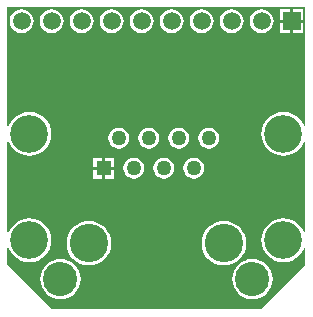
<source format=gbl>
G04*
G04 #@! TF.GenerationSoftware,Altium Limited,Altium Designer,18.0.7 (293)*
G04*
G04 Layer_Physical_Order=2*
G04 Layer_Color=16711680*
%FSLAX25Y25*%
%MOIN*%
G70*
G01*
G75*
%ADD21R,0.05906X0.05906*%
%ADD22C,0.05906*%
%ADD23R,0.04992X0.04992*%
%ADD24C,0.04992*%
%ADD25C,0.11398*%
%ADD26C,0.12795*%
%ADD27C,0.12598*%
G36*
X100833Y62747D02*
X100333Y62673D01*
X100280Y62846D01*
X99602Y64114D01*
X98690Y65226D01*
X97579Y66138D01*
X96311Y66816D01*
X94935Y67233D01*
X93504Y67374D01*
X92073Y67233D01*
X90697Y66816D01*
X89429Y66138D01*
X88318Y65226D01*
X87406Y64114D01*
X86728Y62846D01*
X86310Y61470D01*
X86169Y60039D01*
X86310Y58609D01*
X86728Y57233D01*
X87406Y55964D01*
X88318Y54853D01*
X89429Y53941D01*
X90697Y53263D01*
X92073Y52846D01*
X93504Y52705D01*
X94935Y52846D01*
X96311Y53263D01*
X97579Y53941D01*
X98690Y54853D01*
X99602Y55964D01*
X100280Y57233D01*
X100333Y57406D01*
X100833Y57332D01*
Y27314D01*
X100333Y27240D01*
X100280Y27413D01*
X99602Y28681D01*
X98690Y29793D01*
X97579Y30705D01*
X96311Y31383D01*
X94935Y31800D01*
X93504Y31941D01*
X92073Y31800D01*
X90697Y31383D01*
X89429Y30705D01*
X88318Y29793D01*
X87406Y28681D01*
X86728Y27413D01*
X86310Y26037D01*
X86169Y24606D01*
X86310Y23175D01*
X86728Y21800D01*
X87406Y20531D01*
X88318Y19420D01*
X89429Y18508D01*
X90697Y17830D01*
X92073Y17413D01*
X93504Y17272D01*
X94935Y17413D01*
X96311Y17830D01*
X97579Y18508D01*
X98690Y19420D01*
X99602Y20531D01*
X100280Y21800D01*
X100333Y21973D01*
X100833Y21899D01*
Y16382D01*
X85981Y1529D01*
X16382D01*
X1529Y16382D01*
Y21899D01*
X2029Y21973D01*
X2082Y21800D01*
X2760Y20531D01*
X3672Y19420D01*
X4783Y18508D01*
X6052Y17830D01*
X7427Y17413D01*
X8858Y17272D01*
X10289Y17413D01*
X11665Y17830D01*
X12933Y18508D01*
X14045Y19420D01*
X14957Y20531D01*
X15634Y21800D01*
X16052Y23175D01*
X16193Y24606D01*
X16052Y26037D01*
X15634Y27413D01*
X14957Y28681D01*
X14045Y29793D01*
X12933Y30705D01*
X11665Y31383D01*
X10289Y31800D01*
X8858Y31941D01*
X7427Y31800D01*
X6052Y31383D01*
X4783Y30705D01*
X3672Y29793D01*
X2760Y28681D01*
X2082Y27413D01*
X2029Y27240D01*
X1529Y27314D01*
Y57332D01*
X2029Y57406D01*
X2082Y57233D01*
X2760Y55964D01*
X3672Y54853D01*
X4783Y53941D01*
X6052Y53263D01*
X7427Y52846D01*
X8858Y52705D01*
X10289Y52846D01*
X11665Y53263D01*
X12933Y53941D01*
X14045Y54853D01*
X14957Y55964D01*
X15634Y57233D01*
X16052Y58609D01*
X16193Y60039D01*
X16052Y61470D01*
X15634Y62846D01*
X14957Y64114D01*
X14045Y65226D01*
X12933Y66138D01*
X11665Y66816D01*
X10289Y67233D01*
X8858Y67374D01*
X7427Y67233D01*
X6052Y66816D01*
X4783Y66138D01*
X3672Y65226D01*
X2760Y64114D01*
X2082Y62846D01*
X2029Y62673D01*
X1529Y62747D01*
Y102309D01*
X100833D01*
Y62747D01*
D02*
G37*
%LPC*%
G36*
X100193Y101591D02*
X96740D01*
Y98138D01*
X100193D01*
Y101591D01*
D02*
G37*
G36*
X95740D02*
X92287D01*
Y98138D01*
X95740D01*
Y101591D01*
D02*
G37*
G36*
X100193Y97138D02*
X96740D01*
Y93685D01*
X100193D01*
Y97138D01*
D02*
G37*
G36*
X95740D02*
X92287D01*
Y93685D01*
X95740D01*
Y97138D01*
D02*
G37*
G36*
X86240Y101625D02*
X85208Y101489D01*
X84247Y101091D01*
X83421Y100457D01*
X82787Y99631D01*
X82389Y98670D01*
X82253Y97638D01*
X82389Y96606D01*
X82787Y95644D01*
X83421Y94819D01*
X84247Y94185D01*
X85208Y93787D01*
X86240Y93651D01*
X87272Y93787D01*
X88234Y94185D01*
X89059Y94819D01*
X89693Y95644D01*
X90091Y96606D01*
X90227Y97638D01*
X90091Y98670D01*
X89693Y99631D01*
X89059Y100457D01*
X88234Y101091D01*
X87272Y101489D01*
X86240Y101625D01*
D02*
G37*
G36*
X76240D02*
X75208Y101489D01*
X74247Y101091D01*
X73421Y100457D01*
X72787Y99631D01*
X72389Y98670D01*
X72253Y97638D01*
X72389Y96606D01*
X72787Y95644D01*
X73421Y94819D01*
X74247Y94185D01*
X75208Y93787D01*
X76240Y93651D01*
X77272Y93787D01*
X78234Y94185D01*
X79059Y94819D01*
X79693Y95644D01*
X80091Y96606D01*
X80227Y97638D01*
X80091Y98670D01*
X79693Y99631D01*
X79059Y100457D01*
X78234Y101091D01*
X77272Y101489D01*
X76240Y101625D01*
D02*
G37*
G36*
X66240D02*
X65208Y101489D01*
X64247Y101091D01*
X63421Y100457D01*
X62787Y99631D01*
X62389Y98670D01*
X62253Y97638D01*
X62389Y96606D01*
X62787Y95644D01*
X63421Y94819D01*
X64247Y94185D01*
X65208Y93787D01*
X66240Y93651D01*
X67272Y93787D01*
X68234Y94185D01*
X69059Y94819D01*
X69693Y95644D01*
X70091Y96606D01*
X70227Y97638D01*
X70091Y98670D01*
X69693Y99631D01*
X69059Y100457D01*
X68234Y101091D01*
X67272Y101489D01*
X66240Y101625D01*
D02*
G37*
G36*
X56240D02*
X55208Y101489D01*
X54247Y101091D01*
X53421Y100457D01*
X52787Y99631D01*
X52389Y98670D01*
X52253Y97638D01*
X52389Y96606D01*
X52787Y95644D01*
X53421Y94819D01*
X54247Y94185D01*
X55208Y93787D01*
X56240Y93651D01*
X57272Y93787D01*
X58234Y94185D01*
X59059Y94819D01*
X59693Y95644D01*
X60091Y96606D01*
X60227Y97638D01*
X60091Y98670D01*
X59693Y99631D01*
X59059Y100457D01*
X58234Y101091D01*
X57272Y101489D01*
X56240Y101625D01*
D02*
G37*
G36*
X46240D02*
X45208Y101489D01*
X44247Y101091D01*
X43421Y100457D01*
X42787Y99631D01*
X42389Y98670D01*
X42253Y97638D01*
X42389Y96606D01*
X42787Y95644D01*
X43421Y94819D01*
X44247Y94185D01*
X45208Y93787D01*
X46240Y93651D01*
X47272Y93787D01*
X48234Y94185D01*
X49059Y94819D01*
X49693Y95644D01*
X50091Y96606D01*
X50227Y97638D01*
X50091Y98670D01*
X49693Y99631D01*
X49059Y100457D01*
X48234Y101091D01*
X47272Y101489D01*
X46240Y101625D01*
D02*
G37*
G36*
X36240D02*
X35208Y101489D01*
X34247Y101091D01*
X33421Y100457D01*
X32787Y99631D01*
X32389Y98670D01*
X32253Y97638D01*
X32389Y96606D01*
X32787Y95644D01*
X33421Y94819D01*
X34247Y94185D01*
X35208Y93787D01*
X36240Y93651D01*
X37272Y93787D01*
X38234Y94185D01*
X39059Y94819D01*
X39693Y95644D01*
X40091Y96606D01*
X40227Y97638D01*
X40091Y98670D01*
X39693Y99631D01*
X39059Y100457D01*
X38234Y101091D01*
X37272Y101489D01*
X36240Y101625D01*
D02*
G37*
G36*
X26240D02*
X25208Y101489D01*
X24247Y101091D01*
X23421Y100457D01*
X22787Y99631D01*
X22389Y98670D01*
X22253Y97638D01*
X22389Y96606D01*
X22787Y95644D01*
X23421Y94819D01*
X24247Y94185D01*
X25208Y93787D01*
X26240Y93651D01*
X27272Y93787D01*
X28234Y94185D01*
X29059Y94819D01*
X29693Y95644D01*
X30091Y96606D01*
X30227Y97638D01*
X30091Y98670D01*
X29693Y99631D01*
X29059Y100457D01*
X28234Y101091D01*
X27272Y101489D01*
X26240Y101625D01*
D02*
G37*
G36*
X16240D02*
X15208Y101489D01*
X14247Y101091D01*
X13421Y100457D01*
X12787Y99631D01*
X12389Y98670D01*
X12253Y97638D01*
X12389Y96606D01*
X12787Y95644D01*
X13421Y94819D01*
X14247Y94185D01*
X15208Y93787D01*
X16240Y93651D01*
X17272Y93787D01*
X18234Y94185D01*
X19059Y94819D01*
X19693Y95644D01*
X20091Y96606D01*
X20227Y97638D01*
X20091Y98670D01*
X19693Y99631D01*
X19059Y100457D01*
X18234Y101091D01*
X17272Y101489D01*
X16240Y101625D01*
D02*
G37*
G36*
X6240D02*
X5208Y101489D01*
X4247Y101091D01*
X3421Y100457D01*
X2787Y99631D01*
X2389Y98670D01*
X2253Y97638D01*
X2389Y96606D01*
X2787Y95644D01*
X3421Y94819D01*
X4247Y94185D01*
X5208Y93787D01*
X6240Y93651D01*
X7272Y93787D01*
X8234Y94185D01*
X9059Y94819D01*
X9693Y95644D01*
X10091Y96606D01*
X10227Y97638D01*
X10091Y98670D01*
X9693Y99631D01*
X9059Y100457D01*
X8234Y101091D01*
X7272Y101489D01*
X6240Y101625D01*
D02*
G37*
G36*
X68681Y62148D02*
X67768Y62028D01*
X66918Y61676D01*
X66188Y61115D01*
X65627Y60385D01*
X65275Y59535D01*
X65155Y58622D01*
X65275Y57709D01*
X65627Y56859D01*
X66188Y56129D01*
X66918Y55568D01*
X67768Y55216D01*
X68681Y55096D01*
X69594Y55216D01*
X70444Y55568D01*
X71175Y56129D01*
X71735Y56859D01*
X72087Y57709D01*
X72207Y58622D01*
X72087Y59535D01*
X71735Y60385D01*
X71175Y61115D01*
X70444Y61676D01*
X69594Y62028D01*
X68681Y62148D01*
D02*
G37*
G36*
X58681D02*
X57768Y62028D01*
X56918Y61676D01*
X56188Y61115D01*
X55627Y60385D01*
X55275Y59535D01*
X55155Y58622D01*
X55275Y57709D01*
X55627Y56859D01*
X56188Y56129D01*
X56918Y55568D01*
X57768Y55216D01*
X58681Y55096D01*
X59594Y55216D01*
X60444Y55568D01*
X61174Y56129D01*
X61735Y56859D01*
X62087Y57709D01*
X62207Y58622D01*
X62087Y59535D01*
X61735Y60385D01*
X61174Y61115D01*
X60444Y61676D01*
X59594Y62028D01*
X58681Y62148D01*
D02*
G37*
G36*
X48681D02*
X47768Y62028D01*
X46918Y61676D01*
X46188Y61115D01*
X45627Y60385D01*
X45275Y59535D01*
X45155Y58622D01*
X45275Y57709D01*
X45627Y56859D01*
X46188Y56129D01*
X46918Y55568D01*
X47768Y55216D01*
X48681Y55096D01*
X49594Y55216D01*
X50444Y55568D01*
X51174Y56129D01*
X51735Y56859D01*
X52087Y57709D01*
X52207Y58622D01*
X52087Y59535D01*
X51735Y60385D01*
X51174Y61115D01*
X50444Y61676D01*
X49594Y62028D01*
X48681Y62148D01*
D02*
G37*
G36*
X38681D02*
X37768Y62028D01*
X36918Y61676D01*
X36188Y61115D01*
X35627Y60385D01*
X35275Y59535D01*
X35155Y58622D01*
X35275Y57709D01*
X35627Y56859D01*
X36188Y56129D01*
X36918Y55568D01*
X37768Y55216D01*
X38681Y55096D01*
X39594Y55216D01*
X40444Y55568D01*
X41175Y56129D01*
X41735Y56859D01*
X42087Y57709D01*
X42207Y58622D01*
X42087Y59535D01*
X41735Y60385D01*
X41175Y61115D01*
X40444Y61676D01*
X39594Y62028D01*
X38681Y62148D01*
D02*
G37*
G36*
X37177Y52118D02*
X34181D01*
Y49122D01*
X37177D01*
Y52118D01*
D02*
G37*
G36*
X33181D02*
X30185D01*
Y49122D01*
X33181D01*
Y52118D01*
D02*
G37*
G36*
X37177Y48122D02*
X34181D01*
Y45126D01*
X37177D01*
Y48122D01*
D02*
G37*
G36*
X33181D02*
X30185D01*
Y45126D01*
X33181D01*
Y48122D01*
D02*
G37*
G36*
X63681Y52148D02*
X62768Y52028D01*
X61918Y51676D01*
X61188Y51116D01*
X60627Y50385D01*
X60275Y49535D01*
X60155Y48622D01*
X60275Y47709D01*
X60627Y46859D01*
X61188Y46129D01*
X61918Y45568D01*
X62768Y45216D01*
X63681Y45096D01*
X64594Y45216D01*
X65444Y45568D01*
X66175Y46129D01*
X66735Y46859D01*
X67087Y47709D01*
X67207Y48622D01*
X67087Y49535D01*
X66735Y50385D01*
X66175Y51116D01*
X65444Y51676D01*
X64594Y52028D01*
X63681Y52148D01*
D02*
G37*
G36*
X53681D02*
X52768Y52028D01*
X51918Y51676D01*
X51188Y51116D01*
X50627Y50385D01*
X50275Y49535D01*
X50155Y48622D01*
X50275Y47709D01*
X50627Y46859D01*
X51188Y46129D01*
X51918Y45568D01*
X52768Y45216D01*
X53681Y45096D01*
X54594Y45216D01*
X55444Y45568D01*
X56174Y46129D01*
X56735Y46859D01*
X57087Y47709D01*
X57207Y48622D01*
X57087Y49535D01*
X56735Y50385D01*
X56174Y51116D01*
X55444Y51676D01*
X54594Y52028D01*
X53681Y52148D01*
D02*
G37*
G36*
X43681D02*
X42768Y52028D01*
X41918Y51676D01*
X41188Y51116D01*
X40627Y50385D01*
X40275Y49535D01*
X40155Y48622D01*
X40275Y47709D01*
X40627Y46859D01*
X41188Y46129D01*
X41918Y45568D01*
X42768Y45216D01*
X43681Y45096D01*
X44594Y45216D01*
X45444Y45568D01*
X46174Y46129D01*
X46735Y46859D01*
X47087Y47709D01*
X47207Y48622D01*
X47087Y49535D01*
X46735Y50385D01*
X46174Y51116D01*
X45444Y51676D01*
X44594Y52028D01*
X43681Y52148D01*
D02*
G37*
G36*
X73681Y31056D02*
X72231Y30913D01*
X70837Y30490D01*
X69551Y29803D01*
X68425Y28878D01*
X67500Y27752D01*
X66813Y26467D01*
X66391Y25072D01*
X66248Y23622D01*
X66391Y22172D01*
X66813Y20777D01*
X67500Y19492D01*
X68425Y18366D01*
X69551Y17441D01*
X70837Y16755D01*
X72231Y16331D01*
X73681Y16189D01*
X75131Y16331D01*
X76526Y16755D01*
X77811Y17441D01*
X78937Y18366D01*
X79862Y19492D01*
X80549Y20777D01*
X80972Y22172D01*
X81115Y23622D01*
X80972Y25072D01*
X80549Y26467D01*
X79862Y27752D01*
X78937Y28878D01*
X77811Y29803D01*
X76526Y30490D01*
X75131Y30913D01*
X73681Y31056D01*
D02*
G37*
G36*
X28681D02*
X27231Y30913D01*
X25837Y30490D01*
X24551Y29803D01*
X23425Y28878D01*
X22500Y27752D01*
X21813Y26467D01*
X21391Y25072D01*
X21248Y23622D01*
X21391Y22172D01*
X21813Y20777D01*
X22500Y19492D01*
X23425Y18366D01*
X24551Y17441D01*
X25837Y16755D01*
X27231Y16331D01*
X28681Y16189D01*
X30131Y16331D01*
X31526Y16755D01*
X32811Y17441D01*
X33937Y18366D01*
X34862Y19492D01*
X35549Y20777D01*
X35972Y22172D01*
X36114Y23622D01*
X35972Y25072D01*
X35549Y26467D01*
X34862Y27752D01*
X33937Y28878D01*
X32811Y29803D01*
X31526Y30490D01*
X30131Y30913D01*
X28681Y31056D01*
D02*
G37*
G36*
X83169Y18345D02*
X81856Y18216D01*
X80593Y17833D01*
X79430Y17211D01*
X78410Y16374D01*
X77573Y15354D01*
X76950Y14190D01*
X76567Y12927D01*
X76438Y11614D01*
X76567Y10301D01*
X76950Y9038D01*
X77573Y7875D01*
X78410Y6854D01*
X79430Y6017D01*
X80593Y5395D01*
X81856Y5012D01*
X83169Y4883D01*
X84483Y5012D01*
X85745Y5395D01*
X86909Y6017D01*
X87929Y6854D01*
X88766Y7875D01*
X89388Y9038D01*
X89771Y10301D01*
X89900Y11614D01*
X89771Y12927D01*
X89388Y14190D01*
X88766Y15354D01*
X87929Y16374D01*
X86909Y17211D01*
X85745Y17833D01*
X84483Y18216D01*
X83169Y18345D01*
D02*
G37*
G36*
X19193D02*
X17880Y18216D01*
X16617Y17833D01*
X15453Y17211D01*
X14433Y16374D01*
X13596Y15354D01*
X12974Y14190D01*
X12591Y12927D01*
X12462Y11614D01*
X12591Y10301D01*
X12974Y9038D01*
X13596Y7875D01*
X14433Y6854D01*
X15453Y6017D01*
X16617Y5395D01*
X17880Y5012D01*
X19193Y4883D01*
X20506Y5012D01*
X21769Y5395D01*
X22933Y6017D01*
X23953Y6854D01*
X24790Y7875D01*
X25412Y9038D01*
X25795Y10301D01*
X25924Y11614D01*
X25795Y12927D01*
X25412Y14190D01*
X24790Y15354D01*
X23953Y16374D01*
X22933Y17211D01*
X21769Y17833D01*
X20506Y18216D01*
X19193Y18345D01*
D02*
G37*
%LPD*%
D21*
X96240Y97638D02*
D03*
D22*
X86240D02*
D03*
X66240D02*
D03*
X56240D02*
D03*
X46240D02*
D03*
X36240D02*
D03*
X26240D02*
D03*
X16240D02*
D03*
X6240D02*
D03*
X76240D02*
D03*
D23*
X33681Y48622D02*
D03*
D24*
X38681Y58622D02*
D03*
X43681Y48622D02*
D03*
X48681Y58622D02*
D03*
X53681Y48622D02*
D03*
X58681Y58622D02*
D03*
X63681Y48622D02*
D03*
X68681Y58622D02*
D03*
D25*
X83169Y11614D02*
D03*
X19193D02*
D03*
D26*
X73681Y23622D02*
D03*
X28681D02*
D03*
D27*
X8858Y24606D02*
D03*
X93504Y60039D02*
D03*
X8858D02*
D03*
X93504Y24606D02*
D03*
M02*

</source>
